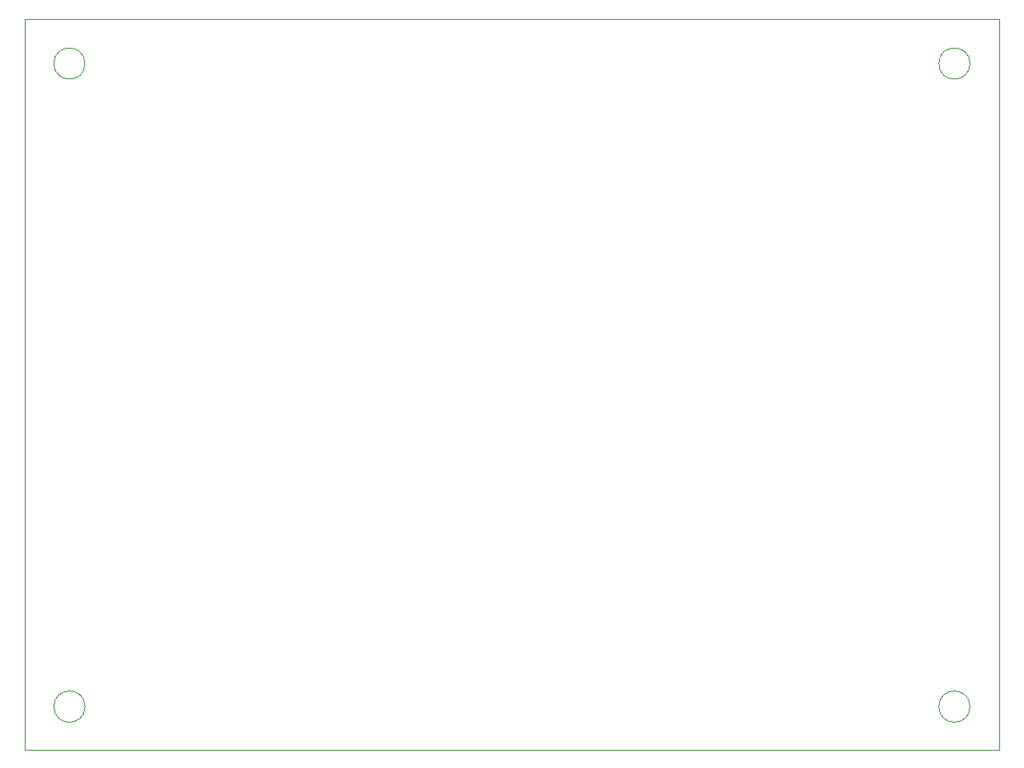
<source format=gm1>
G04 #@! TF.GenerationSoftware,KiCad,Pcbnew,(5.1.0-0)*
G04 #@! TF.CreationDate,2019-06-09T17:55:59+01:00*
G04 #@! TF.ProjectId,PowerSupply,506f7765-7253-4757-9070-6c792e6b6963,0.1*
G04 #@! TF.SameCoordinates,Original*
G04 #@! TF.FileFunction,Profile,NP*
%FSLAX46Y46*%
G04 Gerber Fmt 4.6, Leading zero omitted, Abs format (unit mm)*
G04 Created by KiCad (PCBNEW (5.1.0-0)) date 2019-06-09 17:55:59*
%MOMM*%
%LPD*%
G04 APERTURE LIST*
%ADD10C,0.050000*%
G04 APERTURE END LIST*
D10*
X157000000Y-120600000D02*
G75*
G03X157000000Y-120600000I-1600000J0D01*
G01*
X66200000Y-120600000D02*
G75*
G03X66200000Y-120600000I-1600000J0D01*
G01*
X157000000Y-54600000D02*
G75*
G03X157000000Y-54600000I-1600000J0D01*
G01*
X66200000Y-54600000D02*
G75*
G03X66200000Y-54600000I-1600000J0D01*
G01*
X60000000Y-125000000D02*
X60000000Y-50000000D01*
X160000000Y-125000000D02*
X60000000Y-125000000D01*
X160000000Y-50000000D02*
X160000000Y-125000000D01*
X60000000Y-50000000D02*
X160000000Y-50000000D01*
M02*

</source>
